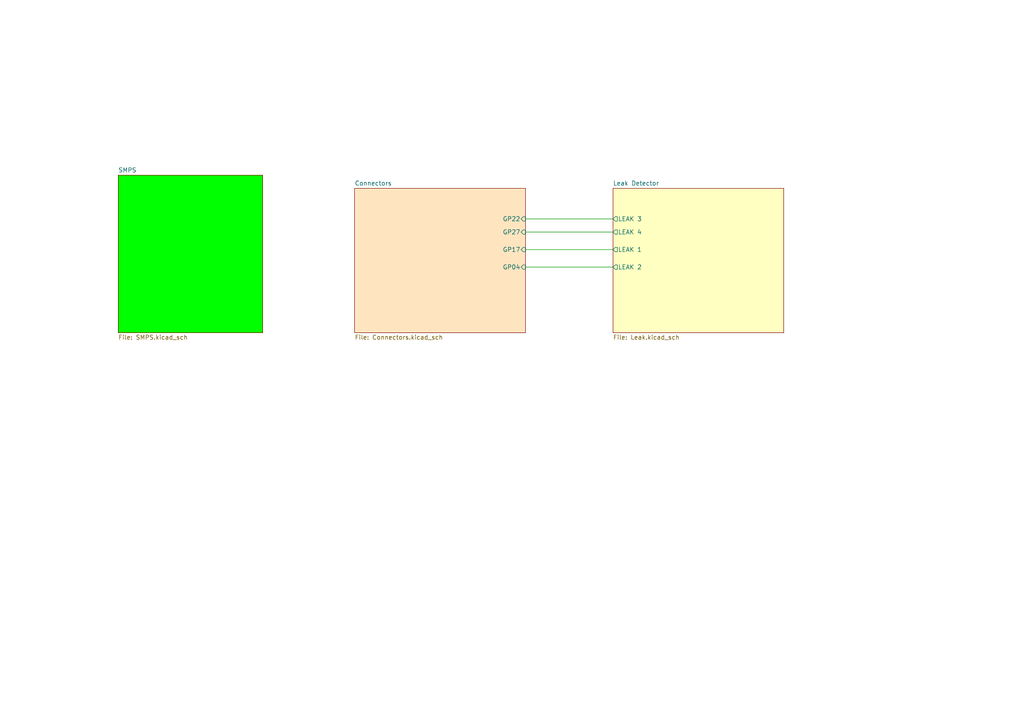
<source format=kicad_sch>
(kicad_sch (version 20211123) (generator eeschema)

  (uuid 8c943185-49cb-44b1-8de8-7a7addd7a92d)

  (paper "A4")

  (lib_symbols
  )


  (wire (pts (xy 152.4 77.47) (xy 177.8 77.47))
    (stroke (width 0) (type default) (color 0 0 0 0))
    (uuid 9a4ed445-a4a0-4ec8-9e3e-35b8c39a622d)
  )
  (wire (pts (xy 152.4 63.5) (xy 177.8 63.5))
    (stroke (width 0) (type default) (color 0 0 0 0))
    (uuid bfffad27-95a5-4795-a24e-72af01a1a9a7)
  )
  (wire (pts (xy 152.4 72.39) (xy 177.8 72.39))
    (stroke (width 0) (type default) (color 0 0 0 0))
    (uuid d147915a-4131-4647-940b-de133897ee15)
  )
  (wire (pts (xy 152.4 67.31) (xy 177.8 67.31))
    (stroke (width 0) (type default) (color 0 0 0 0))
    (uuid de41c10d-5a1c-46d9-99bf-a6b547a4e1f8)
  )

  (sheet (at 34.29 50.8) (size 41.91 45.72) (fields_autoplaced)
    (stroke (width 0.1524) (type solid) (color 0 0 0 0))
    (fill (color 0 255 0 1.0000))
    (uuid 69b7217d-3bad-4abf-b7e3-dac6dd3e48d0)
    (property "Sheet name" "SMPS" (id 0) (at 34.29 50.0884 0)
      (effects (font (size 1.27 1.27)) (justify left bottom))
    )
    (property "Sheet file" "SMPS.kicad_sch" (id 1) (at 34.29 97.1046 0)
      (effects (font (size 1.27 1.27)) (justify left top))
    )
  )

  (sheet (at 102.87 54.61) (size 49.53 41.91) (fields_autoplaced)
    (stroke (width 0.1524) (type solid) (color 0 0 0 0))
    (fill (color 255 229 191 1.0000))
    (uuid 865314e1-28f8-4330-b302-d52da20e2c7f)
    (property "Sheet name" "Connectors" (id 0) (at 102.87 53.8984 0)
      (effects (font (size 1.27 1.27)) (justify left bottom))
    )
    (property "Sheet file" "Connectors.kicad_sch" (id 1) (at 102.87 97.1046 0)
      (effects (font (size 1.27 1.27)) (justify left top))
    )
    (pin "GP22" input (at 152.4 63.5 0)
      (effects (font (size 1.27 1.27)) (justify right))
      (uuid 46cd31c4-ccb5-46a4-8a2a-eaecf84e6ac6)
    )
    (pin "GP27" input (at 152.4 67.31 0)
      (effects (font (size 1.27 1.27)) (justify right))
      (uuid bd4c067a-3f6c-4f77-ba22-246624de2aed)
    )
    (pin "GP04" input (at 152.4 77.47 0)
      (effects (font (size 1.27 1.27)) (justify right))
      (uuid 46152460-067d-45a9-b836-ddbb585c70a7)
    )
    (pin "GP17" input (at 152.4 72.39 0)
      (effects (font (size 1.27 1.27)) (justify right))
      (uuid 34238737-e2f4-4660-8dc4-f6374bb15abf)
    )
  )

  (sheet (at 177.8 54.61) (size 49.53 41.91) (fields_autoplaced)
    (stroke (width 0.1524) (type solid) (color 0 0 0 0))
    (fill (color 255 255 194 1.0000))
    (uuid ea7cc8fa-a2d1-42b6-8a33-59175cf602e9)
    (property "Sheet name" "Leak Detector" (id 0) (at 177.8 53.8984 0)
      (effects (font (size 1.27 1.27)) (justify left bottom))
    )
    (property "Sheet file" "Leak.kicad_sch" (id 1) (at 177.8 97.1046 0)
      (effects (font (size 1.27 1.27)) (justify left top))
    )
    (pin "LEAK 3" output (at 177.8 63.5 180)
      (effects (font (size 1.27 1.27)) (justify left))
      (uuid c1a1f6bd-a036-4300-8b1a-9a02bbe0fe77)
    )
    (pin "LEAK 4" output (at 177.8 67.31 180)
      (effects (font (size 1.27 1.27)) (justify left))
      (uuid c1c3194c-a115-4507-bf7f-e1de7be1705f)
    )
    (pin "LEAK 1" output (at 177.8 72.39 180)
      (effects (font (size 1.27 1.27)) (justify left))
      (uuid c525daa2-83b6-4cb7-a9b0-f0c37b32491e)
    )
    (pin "LEAK 2" output (at 177.8 77.47 180)
      (effects (font (size 1.27 1.27)) (justify left))
      (uuid 556c1871-81a8-4201-bcce-8d11f36669ab)
    )
  )

  (sheet_instances
    (path "/" (page "1"))
    (path "/69b7217d-3bad-4abf-b7e3-dac6dd3e48d0" (page "2"))
    (path "/ea7cc8fa-a2d1-42b6-8a33-59175cf602e9" (page "3"))
    (path "/865314e1-28f8-4330-b302-d52da20e2c7f" (page "4"))
  )

  (symbol_instances
    (path "/865314e1-28f8-4330-b302-d52da20e2c7f/863ffa52-ab6e-48b9-b0c3-dc8e37117ee0"
      (reference "#PWR0101") (unit 1) (value "GND") (footprint "")
    )
    (path "/865314e1-28f8-4330-b302-d52da20e2c7f/39ff7049-8a3e-4905-a5d5-9fdadd20811b"
      (reference "#PWR0102") (unit 1) (value "VDD") (footprint "")
    )
    (path "/ea7cc8fa-a2d1-42b6-8a33-59175cf602e9/b7c93090-5862-4aa3-8a99-4e5d76ab67bf"
      (reference "#PWR0103") (unit 1) (value "VEE") (footprint "")
    )
    (path "/ea7cc8fa-a2d1-42b6-8a33-59175cf602e9/f873143e-0a48-4c59-b83c-b5ea789098a1"
      (reference "#PWR0104") (unit 1) (value "VEE") (footprint "")
    )
    (path "/865314e1-28f8-4330-b302-d52da20e2c7f/f94e2c2a-1db2-4c8c-abfb-f2d6f1df73d5"
      (reference "#PWR0105") (unit 1) (value "VEE") (footprint "")
    )
    (path "/865314e1-28f8-4330-b302-d52da20e2c7f/d9b90849-5696-4c7b-962c-9d67d5e36148"
      (reference "#PWR0106") (unit 1) (value "GND") (footprint "")
    )
    (path "/865314e1-28f8-4330-b302-d52da20e2c7f/54cc1015-c8e4-4917-874c-fd76349406ac"
      (reference "#PWR0107") (unit 1) (value "+36V") (footprint "")
    )
    (path "/865314e1-28f8-4330-b302-d52da20e2c7f/7ae330b8-c37a-4622-883e-1b1bfbc1d4a7"
      (reference "#PWR0108") (unit 1) (value "VDD") (footprint "")
    )
    (path "/865314e1-28f8-4330-b302-d52da20e2c7f/2653b6e0-9f32-47de-a488-18794d6b9cb3"
      (reference "#PWR0109") (unit 1) (value "GND") (footprint "")
    )
    (path "/69b7217d-3bad-4abf-b7e3-dac6dd3e48d0/a5c1c738-1b00-4b10-a3de-5bef1e86499f"
      (reference "#PWR0201") (unit 1) (value "+36V") (footprint "")
    )
    (path "/69b7217d-3bad-4abf-b7e3-dac6dd3e48d0/603ece85-7d66-4261-a7e5-d44f50d0ce8f"
      (reference "#PWR0202") (unit 1) (value "GND") (footprint "")
    )
    (path "/69b7217d-3bad-4abf-b7e3-dac6dd3e48d0/482a0c55-90fd-47b7-8834-1094a67f918b"
      (reference "#PWR0203") (unit 1) (value "GND") (footprint "")
    )
    (path "/69b7217d-3bad-4abf-b7e3-dac6dd3e48d0/68659943-ea7c-4467-a1d8-72e646306a78"
      (reference "#PWR0204") (unit 1) (value "GND") (footprint "")
    )
    (path "/69b7217d-3bad-4abf-b7e3-dac6dd3e48d0/f26791d6-fba5-4531-8a07-202916152bce"
      (reference "#PWR0205") (unit 1) (value "GND") (footprint "")
    )
    (path "/69b7217d-3bad-4abf-b7e3-dac6dd3e48d0/2d084b6a-8e9e-41a8-b202-5b826a2d7bde"
      (reference "#PWR0206") (unit 1) (value "GND") (footprint "")
    )
    (path "/69b7217d-3bad-4abf-b7e3-dac6dd3e48d0/eff797f5-b38d-43ce-a48a-bdfb1e94f028"
      (reference "#PWR0207") (unit 1) (value "GND") (footprint "")
    )
    (path "/69b7217d-3bad-4abf-b7e3-dac6dd3e48d0/25b04773-6e1e-4ae1-bea0-5d254b7b3ce4"
      (reference "#PWR0208") (unit 1) (value "VCC") (footprint "")
    )
    (path "/69b7217d-3bad-4abf-b7e3-dac6dd3e48d0/368d8f61-aa0c-48ff-9da3-9b443fc21f11"
      (reference "#PWR0209") (unit 1) (value "GND") (footprint "")
    )
    (path "/ea7cc8fa-a2d1-42b6-8a33-59175cf602e9/e03a8a35-3436-4dcc-b1b1-69c80746444a"
      (reference "#PWR0301") (unit 1) (value "+2V5") (footprint "")
    )
    (path "/ea7cc8fa-a2d1-42b6-8a33-59175cf602e9/e7226215-7d93-43d9-82d5-cb12b25776f0"
      (reference "#PWR0302") (unit 1) (value "GND") (footprint "")
    )
    (path "/ea7cc8fa-a2d1-42b6-8a33-59175cf602e9/a06b406f-ec14-4755-b1a2-309a1c02a11d"
      (reference "#PWR0303") (unit 1) (value "VCC") (footprint "")
    )
    (path "/ea7cc8fa-a2d1-42b6-8a33-59175cf602e9/0cbc1d21-48c1-4a49-ad20-854059b4dd09"
      (reference "#PWR0304") (unit 1) (value "GND") (footprint "")
    )
    (path "/ea7cc8fa-a2d1-42b6-8a33-59175cf602e9/8bcd9206-3a95-4128-8eba-4bfa184c1be3"
      (reference "#PWR0305") (unit 1) (value "VCC") (footprint "")
    )
    (path "/ea7cc8fa-a2d1-42b6-8a33-59175cf602e9/bcc3f1a5-647c-4d3f-aecc-fdb255630861"
      (reference "#PWR0306") (unit 1) (value "GND") (footprint "")
    )
    (path "/ea7cc8fa-a2d1-42b6-8a33-59175cf602e9/9f11a1af-af0b-4f71-8049-cdf5231268a7"
      (reference "#PWR0307") (unit 1) (value "VCC") (footprint "")
    )
    (path "/ea7cc8fa-a2d1-42b6-8a33-59175cf602e9/99799bb9-63db-4353-b15c-11619acd3418"
      (reference "#PWR0308") (unit 1) (value "GND") (footprint "")
    )
    (path "/ea7cc8fa-a2d1-42b6-8a33-59175cf602e9/6cf7c41a-b3c2-41f4-b1ab-dba18565f564"
      (reference "#PWR0309") (unit 1) (value "+2V5") (footprint "")
    )
    (path "/ea7cc8fa-a2d1-42b6-8a33-59175cf602e9/70527b46-1d7a-494c-9188-f75c1cb25c69"
      (reference "#PWR0311") (unit 1) (value "VCC") (footprint "")
    )
    (path "/ea7cc8fa-a2d1-42b6-8a33-59175cf602e9/571a9f2e-a008-4c63-9ef4-f6a3b5e74fa6"
      (reference "#PWR0312") (unit 1) (value "GND") (footprint "")
    )
    (path "/ea7cc8fa-a2d1-42b6-8a33-59175cf602e9/752fd27c-151b-432f-b997-3dcf2e39a78b"
      (reference "#PWR0313") (unit 1) (value "VDD") (footprint "")
    )
    (path "/ea7cc8fa-a2d1-42b6-8a33-59175cf602e9/d7b5b558-d2c9-4d08-8a41-f14cce5f9298"
      (reference "#PWR0314") (unit 1) (value "VDD") (footprint "")
    )
    (path "/ea7cc8fa-a2d1-42b6-8a33-59175cf602e9/d991ac42-a927-4284-87d8-28c4ce2a390d"
      (reference "#PWR0315") (unit 1) (value "VCC") (footprint "")
    )
    (path "/ea7cc8fa-a2d1-42b6-8a33-59175cf602e9/3883c4b8-bd37-46e8-b3ae-dc57f90e7820"
      (reference "#PWR0316") (unit 1) (value "GND") (footprint "")
    )
    (path "/ea7cc8fa-a2d1-42b6-8a33-59175cf602e9/4ef6e46a-2298-40af-beb8-1e6b1cde40ff"
      (reference "#PWR0317") (unit 1) (value "VCC") (footprint "")
    )
    (path "/ea7cc8fa-a2d1-42b6-8a33-59175cf602e9/ae8352d0-e564-4d64-b664-d4771e665bf2"
      (reference "#PWR0318") (unit 1) (value "GND") (footprint "")
    )
    (path "/ea7cc8fa-a2d1-42b6-8a33-59175cf602e9/70485b27-6118-4eef-a35b-908cf414eeca"
      (reference "#PWR0319") (unit 1) (value "+2V5") (footprint "")
    )
    (path "/865314e1-28f8-4330-b302-d52da20e2c7f/7217ec36-2ef5-4a48-9f5d-baec15c4dcf0"
      (reference "#PWR0402") (unit 1) (value "GND") (footprint "")
    )
    (path "/865314e1-28f8-4330-b302-d52da20e2c7f/067dfa0b-444e-48b9-b1e8-5f3c3e0459e0"
      (reference "#PWR0403") (unit 1) (value "GND") (footprint "")
    )
    (path "/865314e1-28f8-4330-b302-d52da20e2c7f/28383365-0142-418d-bdda-ad8407fb60f1"
      (reference "#PWR0404") (unit 1) (value "VCC") (footprint "")
    )
    (path "/865314e1-28f8-4330-b302-d52da20e2c7f/e29ded63-5d7f-480b-9159-64229a99c2ed"
      (reference "#PWR0405") (unit 1) (value "+36V") (footprint "")
    )
    (path "/69b7217d-3bad-4abf-b7e3-dac6dd3e48d0/2a089b6f-ddce-49d4-984f-71702e727cc9"
      (reference "C201") (unit 1) (value "470uF / 35V") (footprint "Capacitor_SMD:CP_Elec_10x12.5")
    )
    (path "/69b7217d-3bad-4abf-b7e3-dac6dd3e48d0/6c85fe5a-5caf-42fe-8489-07d92d797782"
      (reference "C202") (unit 1) (value "1u") (footprint "Capacitor_SMD:C_0805_2012Metric")
    )
    (path "/69b7217d-3bad-4abf-b7e3-dac6dd3e48d0/1ae83b40-5bd4-4f7a-8c5e-6237065e19a5"
      (reference "C203") (unit 1) (value "47u") (footprint "Capacitor_SMD:C_0805_2012Metric")
    )
    (path "/69b7217d-3bad-4abf-b7e3-dac6dd3e48d0/72da1281-6fa4-4f68-a13b-29b9b2bca12c"
      (reference "C204") (unit 1) (value "47u") (footprint "Capacitor_SMD:C_0805_2012Metric")
    )
    (path "/69b7217d-3bad-4abf-b7e3-dac6dd3e48d0/791595ac-2792-49b0-852b-a685a3a49572"
      (reference "C205") (unit 1) (value "47u") (footprint "Capacitor_SMD:C_0805_2012Metric")
    )
    (path "/69b7217d-3bad-4abf-b7e3-dac6dd3e48d0/2ea02bf8-3214-428c-88aa-ac5e6dd8a08d"
      (reference "C206") (unit 1) (value "47u") (footprint "Capacitor_SMD:C_0805_2012Metric")
    )
    (path "/69b7217d-3bad-4abf-b7e3-dac6dd3e48d0/8b785799-bfb1-49ab-aaac-ac32ab71b9dc"
      (reference "C207") (unit 1) (value "1u") (footprint "Capacitor_SMD:C_0805_2012Metric")
    )
    (path "/69b7217d-3bad-4abf-b7e3-dac6dd3e48d0/5a75edfd-4c9d-4750-b36d-b98950d5e0ee"
      (reference "C208") (unit 1) (value "47u") (footprint "Capacitor_SMD:C_0805_2012Metric")
    )
    (path "/ea7cc8fa-a2d1-42b6-8a33-59175cf602e9/f7becfff-f53f-42aa-8d35-fcc5eb35e9b0"
      (reference "C301") (unit 1) (value "1u") (footprint "Capacitor_SMD:C_0805_2012Metric")
    )
    (path "/ea7cc8fa-a2d1-42b6-8a33-59175cf602e9/e49e0199-912c-4e1e-ba5a-8e1d7994510e"
      (reference "C302") (unit 1) (value "1u") (footprint "Capacitor_SMD:C_0805_2012Metric")
    )
    (path "/69b7217d-3bad-4abf-b7e3-dac6dd3e48d0/be5a8056-4bd8-4426-8c26-2cf027497d69"
      (reference "D201") (unit 1) (value "B340-13F") (footprint "Diode_SMD:D_SMB")
    )
    (path "/865314e1-28f8-4330-b302-d52da20e2c7f/cfe0bc7d-a285-4dc4-b925-467247a38cc4"
      (reference "H401") (unit 1) (value "MountingHole") (footprint "MountingHole:MountingHole_2.7mm_M2.5")
    )
    (path "/865314e1-28f8-4330-b302-d52da20e2c7f/dceb466a-08ef-4619-918a-403f2167af1a"
      (reference "H402") (unit 1) (value "MountingHole") (footprint "MountingHole:MountingHole_2.7mm_M2.5")
    )
    (path "/865314e1-28f8-4330-b302-d52da20e2c7f/dfeb6c74-06f5-4c03-8c33-7a56320752dd"
      (reference "H403") (unit 1) (value "MountingHole") (footprint "MountingHole:MountingHole_2.7mm_M2.5")
    )
    (path "/ea7cc8fa-a2d1-42b6-8a33-59175cf602e9/3d944946-682b-4e72-b3e9-5cf5986f9998"
      (reference "J301") (unit 1) (value "Conn_01x02") (footprint "Connector_PinHeader_2.54mm:PinHeader_1x02_P2.54mm_Vertical")
    )
    (path "/ea7cc8fa-a2d1-42b6-8a33-59175cf602e9/4f3aec10-703c-4364-bf21-a92c31896867"
      (reference "J302") (unit 1) (value "Conn_01x02") (footprint "Connector_PinHeader_2.54mm:PinHeader_1x02_P2.54mm_Vertical")
    )
    (path "/ea7cc8fa-a2d1-42b6-8a33-59175cf602e9/82f9d44f-d921-465a-ae17-0a3e63a01a01"
      (reference "J303") (unit 1) (value "Conn_01x02") (footprint "Connector_PinHeader_2.54mm:PinHeader_1x02_P2.54mm_Vertical")
    )
    (path "/ea7cc8fa-a2d1-42b6-8a33-59175cf602e9/abb38f59-a319-4a8d-9763-e343410c790f"
      (reference "J304") (unit 1) (value "Conn_01x02") (footprint "Connector_PinHeader_2.54mm:PinHeader_1x02_P2.54mm_Vertical")
    )
    (path "/865314e1-28f8-4330-b302-d52da20e2c7f/5cb414b7-a71e-4f5e-a53d-d2be40a97d19"
      (reference "J401") (unit 1) (value "Conn_02x20_Odd_Even") (footprint "Connector_PinHeader_2.54mm:PinHeader_2x20_P2.54mm_Vertical")
    )
    (path "/865314e1-28f8-4330-b302-d52da20e2c7f/92c2acfc-5f23-4a08-bda4-c69b711da6d1"
      (reference "J402") (unit 1) (value "PWR Stack") (footprint "Connector_Phoenix_MC:PhoenixContact_MCV_1,5_4-G-3.5_1x04_P3.50mm_Vertical")
    )
    (path "/865314e1-28f8-4330-b302-d52da20e2c7f/145f6bd8-a9e2-4279-93b6-4522ff16de18"
      (reference "J404") (unit 1) (value "PWR Stack") (footprint "Connector_PinSocket_2.54mm:PinSocket_2x02_P2.54mm_Vertical")
    )
    (path "/865314e1-28f8-4330-b302-d52da20e2c7f/2c6acb5e-8b83-4db4-9d49-e9e71dce3c8d"
      (reference "J405") (unit 1) (value "Conn_01x04") (footprint "Connector_PinSocket_2.54mm:PinSocket_1x04_P2.54mm_Vertical")
    )
    (path "/69b7217d-3bad-4abf-b7e3-dac6dd3e48d0/f69e069b-52d3-4501-93a2-98ea7711350d"
      (reference "L201") (unit 1) (value "YSPI1050-680M") (footprint "Findersee_parts:YSPI1050")
    )
    (path "/69b7217d-3bad-4abf-b7e3-dac6dd3e48d0/d77d5443-7980-43c4-bbaf-7610040c55e9"
      (reference "L202") (unit 1) (value "YSPI1050-680M") (footprint "Findersee_parts:YSPI1050")
    )
    (path "/ea7cc8fa-a2d1-42b6-8a33-59175cf602e9/aa478225-b5e7-402d-9b67-b7891f73b41c"
      (reference "R301") (unit 1) (value "10k") (footprint "Resistor_SMD:R_0603_1608Metric")
    )
    (path "/ea7cc8fa-a2d1-42b6-8a33-59175cf602e9/8534b49d-4731-49e6-bd9d-3e21d4974d8d"
      (reference "R302") (unit 1) (value "10k") (footprint "Resistor_SMD:R_0603_1608Metric")
    )
    (path "/ea7cc8fa-a2d1-42b6-8a33-59175cf602e9/2a7f3f09-d937-44ba-847a-ca3b9dce60a6"
      (reference "R303") (unit 1) (value "1M") (footprint "Resistor_SMD:R_0603_1608Metric")
    )
    (path "/ea7cc8fa-a2d1-42b6-8a33-59175cf602e9/c2a23851-b38d-401c-8ff6-78fe9df5d9b2"
      (reference "R304") (unit 1) (value "1M") (footprint "Resistor_SMD:R_0603_1608Metric")
    )
    (path "/ea7cc8fa-a2d1-42b6-8a33-59175cf602e9/ca652c2b-f8e4-4666-883b-6799a05a4212"
      (reference "R305") (unit 1) (value "10k") (footprint "Resistor_SMD:R_0603_1608Metric")
    )
    (path "/ea7cc8fa-a2d1-42b6-8a33-59175cf602e9/bdab60eb-fd68-4a1e-81fd-92c1cb55cbeb"
      (reference "R306") (unit 1) (value "10k") (footprint "Resistor_SMD:R_0603_1608Metric")
    )
    (path "/ea7cc8fa-a2d1-42b6-8a33-59175cf602e9/cc39ca62-1625-448f-92c7-8bb8bcdf87bb"
      (reference "R307") (unit 1) (value "1M") (footprint "Resistor_SMD:R_0603_1608Metric")
    )
    (path "/ea7cc8fa-a2d1-42b6-8a33-59175cf602e9/e6ea42d1-57d7-4477-ad53-4ada41da026e"
      (reference "R308") (unit 1) (value "1M") (footprint "Resistor_SMD:R_0603_1608Metric")
    )
    (path "/ea7cc8fa-a2d1-42b6-8a33-59175cf602e9/35f2ce86-00f7-40cc-bea8-b26d0c6d65aa"
      (reference "R309") (unit 1) (value "10k") (footprint "Resistor_SMD:R_0603_1608Metric")
    )
    (path "/ea7cc8fa-a2d1-42b6-8a33-59175cf602e9/1515cd29-c817-4f03-9949-532e38630e74"
      (reference "R310") (unit 1) (value "10k") (footprint "Resistor_SMD:R_0603_1608Metric")
    )
    (path "/ea7cc8fa-a2d1-42b6-8a33-59175cf602e9/0acbd858-c57d-47f8-a83f-96c9149cd485"
      (reference "R311") (unit 1) (value "10k") (footprint "Resistor_SMD:R_0603_1608Metric")
    )
    (path "/ea7cc8fa-a2d1-42b6-8a33-59175cf602e9/e8d398c8-2dba-4fd6-a319-53b9c093d8fa"
      (reference "R312") (unit 1) (value "10k") (footprint "Resistor_SMD:R_0603_1608Metric")
    )
    (path "/ea7cc8fa-a2d1-42b6-8a33-59175cf602e9/cb327d7c-ac57-4be4-a5e9-3a8a47fbf6b8"
      (reference "R313") (unit 1) (value "10k") (footprint "Resistor_SMD:R_0603_1608Metric")
    )
    (path "/ea7cc8fa-a2d1-42b6-8a33-59175cf602e9/fee5881e-5f38-4279-82fc-f07b084c8641"
      (reference "R314") (unit 1) (value "10k") (footprint "Resistor_SMD:R_0603_1608Metric")
    )
    (path "/69b7217d-3bad-4abf-b7e3-dac6dd3e48d0/8fa100dc-8680-4733-b005-1e7f23d97423"
      (reference "U201") (unit 1) (value "XL1509-5.0E1") (footprint "Package_SO:SOIC-8_3.9x4.9mm_P1.27mm")
    )
    (path "/ea7cc8fa-a2d1-42b6-8a33-59175cf602e9/3ba2e2bd-7456-4db4-953b-18b42b0ca4bc"
      (reference "U301") (unit 1) (value "LM339") (footprint "Package_SO:SOIC-14_3.9x8.7mm_P1.27mm")
    )
    (path "/ea7cc8fa-a2d1-42b6-8a33-59175cf602e9/b64ed600-d80f-4845-935c-bd58f7bd6045"
      (reference "U301") (unit 2) (value "LM339") (footprint "Package_SO:SOIC-14_3.9x8.7mm_P1.27mm")
    )
    (path "/ea7cc8fa-a2d1-42b6-8a33-59175cf602e9/b1d6d1a6-64df-4c92-8861-dd716e0a1bad"
      (reference "U301") (unit 3) (value "LM339") (footprint "Package_SO:SOIC-14_3.9x8.7mm_P1.27mm")
    )
    (path "/ea7cc8fa-a2d1-42b6-8a33-59175cf602e9/d2e8a499-69df-4019-b134-501cb0a3e8e5"
      (reference "U301") (unit 4) (value "LM339") (footprint "Package_SO:SOIC-14_3.9x8.7mm_P1.27mm")
    )
    (path "/ea7cc8fa-a2d1-42b6-8a33-59175cf602e9/313b6e5c-a7d9-4eb7-a359-f104711c5b2d"
      (reference "U301") (unit 5) (value "LM339") (footprint "Package_SO:SOIC-14_3.9x8.7mm_P1.27mm")
    )
  )
)

</source>
